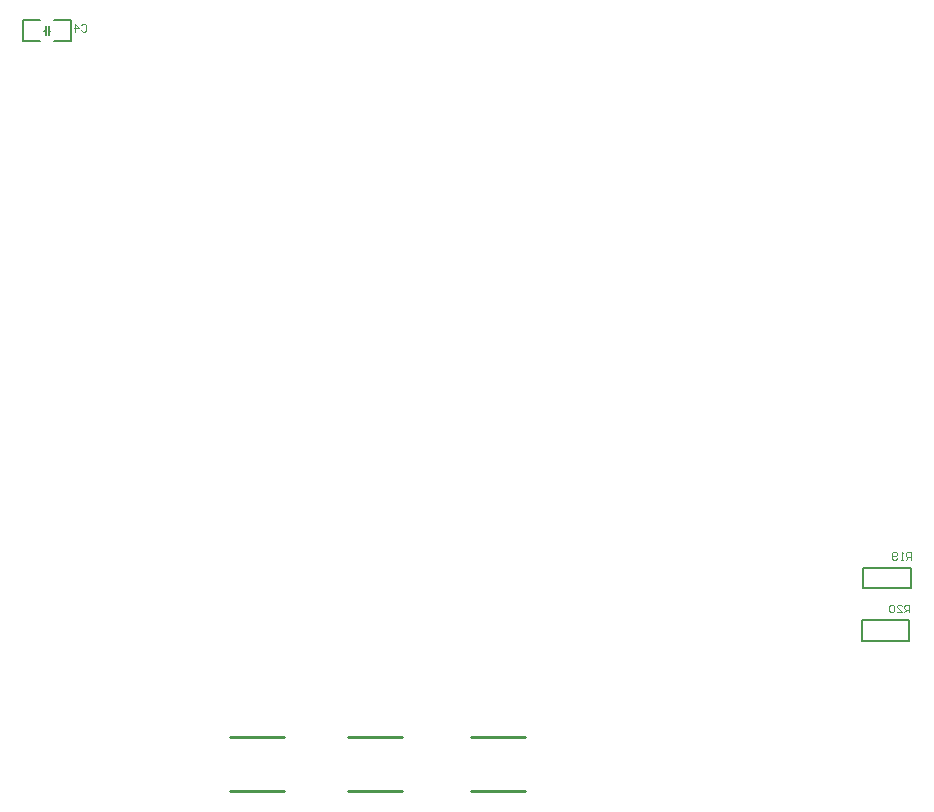
<source format=gbo>
G04 Layer_Color=32896*
%FSLAX24Y24*%
%MOIN*%
G70*
G01*
G75*
%ADD14C,0.0100*%
%ADD46C,0.0080*%
%ADD47C,0.0060*%
%ADD48C,0.0040*%
D14*
X30990Y14150D02*
X32790D01*
X30990Y15950D02*
X32790Y15950D01*
X26880Y14150D02*
X28680D01*
X26880Y15950D02*
X28680Y15950D01*
X22931Y14150D02*
X24731D01*
X22931Y15950D02*
X24731Y15950D01*
D46*
X45630Y20910D02*
Y21590D01*
X45080D02*
X45630D01*
X45080Y20910D02*
X45630D01*
X44050Y21590D02*
X45150D01*
X44050Y20910D02*
X45080D01*
X44050D02*
Y21590D01*
X45590Y19160D02*
Y19840D01*
X45040D02*
X45590D01*
X45040Y19160D02*
X45590D01*
X44010Y19840D02*
X45110D01*
X44010Y19160D02*
X45040D01*
X44010D02*
Y19840D01*
X16060Y39160D02*
Y39840D01*
Y39160D02*
X16610D01*
X16060Y39840D02*
X16610D01*
X17090Y39160D02*
X17640D01*
X17090Y39840D02*
X17640D01*
Y39160D02*
Y39840D01*
D47*
X16750Y39500D02*
X16800D01*
X16900D02*
X16950D01*
X16900Y39350D02*
Y39650D01*
X16800Y39350D02*
Y39650D01*
D48*
X17993Y39678D02*
X18035Y39720D01*
X18118D01*
X18160Y39678D01*
Y39512D01*
X18118Y39470D01*
X18035D01*
X17993Y39512D01*
X17785Y39470D02*
Y39720D01*
X17910Y39595D01*
X17743D01*
X45630Y21870D02*
Y22120D01*
X45505D01*
X45463Y22078D01*
Y21995D01*
X45505Y21953D01*
X45630D01*
X45547D02*
X45463Y21870D01*
X45380D02*
X45297D01*
X45338D01*
Y22120D01*
X45380Y22078D01*
X45172Y21912D02*
X45130Y21870D01*
X45047D01*
X45005Y21912D01*
Y22078D01*
X45047Y22120D01*
X45130D01*
X45172Y22078D01*
Y22037D01*
X45130Y21995D01*
X45005D01*
X45590Y20120D02*
Y20370D01*
X45465D01*
X45423Y20328D01*
Y20245D01*
X45465Y20203D01*
X45590D01*
X45507D02*
X45423Y20120D01*
X45173D02*
X45340D01*
X45173Y20287D01*
Y20328D01*
X45215Y20370D01*
X45298D01*
X45340Y20328D01*
X45090D02*
X45049Y20370D01*
X44965D01*
X44924Y20328D01*
Y20162D01*
X44965Y20120D01*
X45049D01*
X45090Y20162D01*
Y20328D01*
M02*

</source>
